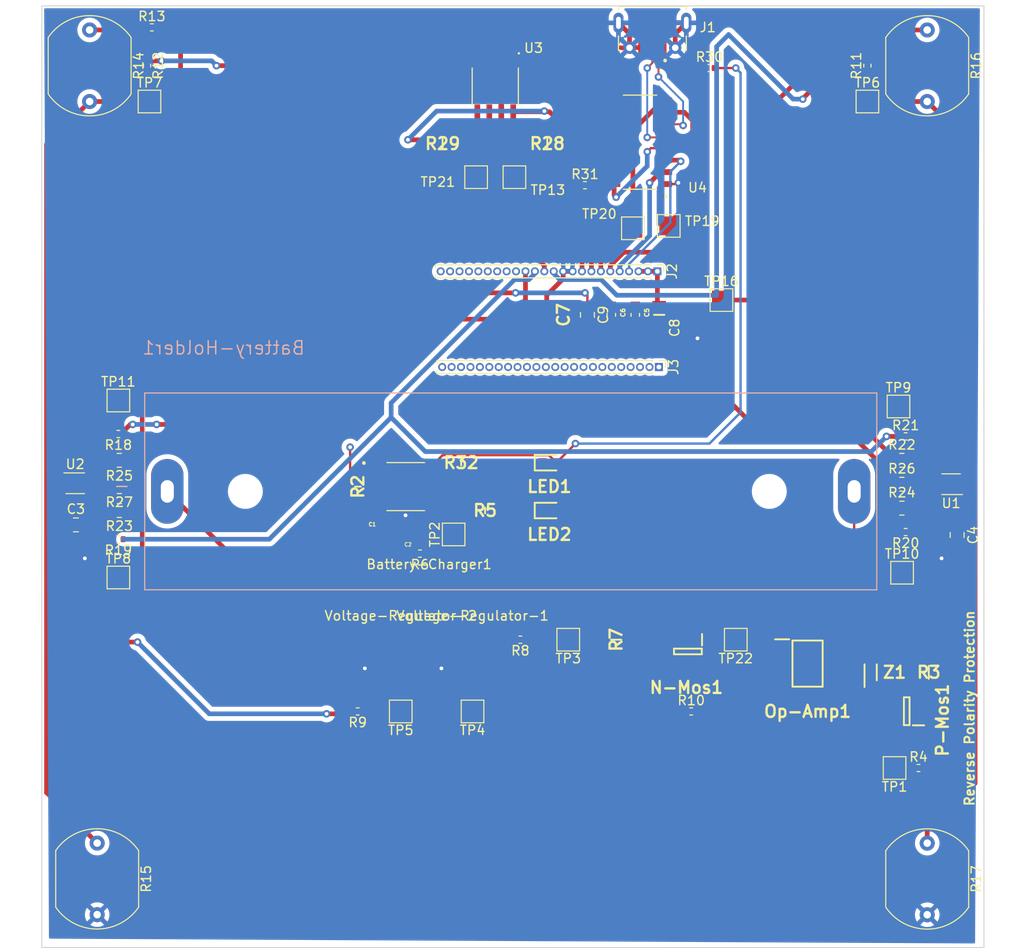
<source format=kicad_pcb>
(kicad_pcb (version 20221018) (generator pcbnew)
  (layers (0 "F.Cu" signal) (31 "B.Cu" signal) (34 "B.Paste" user) (35 "F.Paste" user) (36 "B.SilkS" user "B.Silkscreen") (37 "F.SilkS" user "F.Silkscreen") (38 "B.Mask" user) (39 "F.Mask" user) (44 "Edge.Cuts" user))
  (net 0 "")
  (net 1 "Net-(R13-Pad1)")
  (net 2 "Net-(R12-Pad2)")
  (net 3 "GND")
  (net 4 "+3.3V")
  (net 5 "Net-(R11-Pad1)")
  (net 7 "Net-(U1-SCL)")
  (net 8 "Net-(U1-INT)")
  (net 9 "Net-(U1-SDA)")
  (net 11 "Net-(U2-SCL)")
  (net 12 "Net-(U2-INT)")
  (net 13 "Net-(U2-SDA)")
  (net 14 "Net-(Z1-K)")
  (net 15 "/Power_Subsystem/V-pos")
  (net 16 "Net-(Battery-Charger1-BAT)")
  (net 17 "/Power_Subsystem/Vbat")
  (net 18 "Net-(N-Mos1-Pad2)")
  (net 19 "/Power_Subsystem/V-Reg")
  (net 20 "Net-(Voltage-Regulator-2-VO)")
  (net 21 "Net-(Voltage-Regulator-1-VO)")
  (net 22 "/Power_Subsystem/3.3-back")
  (net 23 "Net-(J1-VBUS)")
  (net 24 "+5V")
  (net 25 "+3V3")
  (net 26 "Net-(U4-V3)")
  (net 27 "/Microcontroller/EEPROM_SCL")
  (net 28 "/Microcontroller/LDR_Vout1")
  (net 29 "/Microcontroller/LDR_Vout2")
  (net 30 "/Microcontroller/USB_TIMIN")
  (net 31 "/Microcontroller/USB_TIMOUT")
  (net 32 "/Microcontroller/EEPROM_SDA")
  (net 33 "Net-(Op-Amp1-VOUTA)")
  (net 34 "/Microcontroller/USB_D-")
  (net 35 "/Microcontroller/USB_D+")
  (net 37 "/Microcontroller/USB_TXD")
  (net 38 "/Microcontroller/USB_RXD")
  (net 43 "Net-(Battery-Charger1-PROG)")
  (net 44 "Net-(Battery-Charger1-~{STDBY})")
  (net 45 "Net-(Battery-Charger1-~{CHRG})")
  (net 46 "Net-(Battery-Holder1-PadP)")
  (net 47 "Net-(LED1-Pad1)")
  (net 48 "Net-(LED2-Pad1)")
  (net 50 "Net-(Z1-A)")
  (net 51 "/Microcontroller/SCLSense")
  (net 52 "/Microcontroller/SDASense")
  (footprint "OptoDevice:Lite-On_LTR-303ALS-01" (layer "F.Cu") (at 185.42 80.01 180)
    (fp_text reference "U1")
    (fp_text value "LTR-303ALS-01")
  )
  (footprint "Resistor_SMD:R_0402_1005Metric" (layer "F.Cu") (at 159.764 35.814)
    (fp_text reference "R30")
    (fp_text value "0")
  )
  (footprint "TestPoint:TestPoint_Pad_2.0x2.0mm" (layer "F.Cu") (at 162.56 96.52 180)
    (fp_text reference "TP22")
    (fp_text value "TestPoint")
  )
  (footprint "Capacitor_SMD:C_0805_2012Metric" (layer "F.Cu") (at 146.812 62.024 -90)
    (fp_text reference "C9")
    (fp_text value "1uF")
  )
  (footprint "TestPoint:TestPoint_Pad_2.0x2.0mm" (layer "F.Cu") (at 155.448 52.578)
    (fp_text reference "TP19")
    (fp_text value "TestPoint" hide)
  )
  (footprint "TestPoint:TestPoint_Pad_2.0x2.0mm" (layer "F.Cu") (at 132.614 85.344 90)
    (fp_text reference "TP2")
    (fp_text value "TestPoint")
  )
  (footprint "MyNmos:SOT95P280X125-3N" (layer "F.Cu") (at 157.48 97.77 -90)
    (fp_text reference "N-Mos1")
    (fp_text value "AO3400A" hide)
  )
  (footprint "TestPoint:TestPoint_Pad_2.0x2.0mm" (layer "F.Cu") (at 179.415 110.145 180)
    (fp_text reference "TP1")
    (fp_text value "TestPoint")
  )
  (footprint "Resistor_SMD:R_0402_1005Metric" (layer "F.Cu") (at 180.592 85.09 180)
    (fp_text reference "R20")
    (fp_text value "0")
  )
  (footprint "TestPoint:TestPoint_Pad_2.0x2.0mm" (layer "F.Cu") (at 179.832 71.755)
    (fp_text reference "TP9")
    (fp_text value "TestPoint")
  )
  (footprint "TestPoint:TestPoint_Pad_2.0x2.0mm" (layer "F.Cu") (at 139.065 47.404)
    (fp_text reference "TP13")
    (fp_text value "TestPoint" hide)
  )
  (footprint "Resistor_SMD:R_0402_1005Metric" (layer "F.Cu") (at 139.7 96.52 180)
    (fp_text reference "R8")
    (fp_text value "0")
  )
  (footprint "Resistor_SMD:R_0805_2012Metric" (layer "F.Cu") (at 180.1895 82.55)
    (fp_text reference "R24")
    (fp_text value "10K")
  )
  (footprint "TestPoint:TestPoint_Pad_2.0x2.0mm" (layer "F.Cu") (at 151.638 52.832 -90)
    (fp_text reference "TP20")
    (fp_text value "TestPoint" hide)
  )
  (footprint "100n CC0603KRX7R9BB104:CAPC1608X90" (layer "F.Cu") (at 151.892 62.024 -90)
    (fp_text reference "C5")
    (fp_text value "100nF")
  )
  (footprint "TestPoint:TestPoint_Pad_2.0x2.0mm" (layer "F.Cu") (at 176.53 39.37)
    (fp_text reference "TP6")
    (fp_text value "TestPoint")
  )
  (footprint "TestPoint:TestPoint_Pad_2.0x2.0mm" (layer "F.Cu") (at 135.001 47.404)
    (fp_text reference "TP21")
    (fp_text value "TestPoint" hide)
  )
  (footprint "TestPoint:TestPoint_Pad_2.0x2.0mm" (layer "F.Cu") (at 161.036 60.452)
    (fp_text reference "TP16")
    (fp_text value "TestPoint" hide)
  )
  (footprint "MyGreenLED:LEDC1608X50N" (layer "F.Cu") (at 142.774 82.804)
    (fp_text reference "LED2")
    (fp_text value "Green" hide)
  )
  (footprint "My100k:RESC3116X65N" (layer "F.Cu") (at 183.045 99.985 180)
    (fp_text reference "R3")
    (fp_text value "100k" hide)
  )
  (footprint "10n Cap CL21B103KBANNNC:CAPC2012X140N" (layer "F.Cu") (at 154.432 62.024 -90)
    (fp_text reference "C8")
    (fp_text value "10nF")
  )
  (footprint "Resistor_SMD:R_0805_2012Metric" (layer "F.Cu") (at 97.1315 77.47 180)
    (fp_text reference "R25")
    (fp_text value "10K")
  )
  (footprint "Resistor_SMD:R_0805_2012Metric" (layer "F.Cu") (at 97.1315 80.264 180)
    (fp_text reference "R27")
    (fp_text value "10K")
  )
  (footprint "TestPoint:TestPoint_Pad_2.0x2.0mm" (layer "F.Cu") (at 100.33 39.37)
    (fp_text reference "TP7")
    (fp_text value "TestPoint")
  )
  (footprint "TestPoint:TestPoint_Pad_2.0x2.0mm" (layer "F.Cu") (at 144.78 96.52 180)
    (fp_text reference "TP3")
    (fp_text value "TestPoint")
  )
  (footprint "Connector_PinHeader_1.00mm:PinHeader_1x24_P1.00mm_Vertical" (layer "F.Cu") (at 154.24 57.404 -90)
    (fp_text reference "J2")
    (fp_text value "Conn_01x24")
  )
  (footprint "TestPoint:TestPoint_Pad_2.0x2.0mm" (layer "F.Cu") (at 134.62 104.14 180)
    (fp_text reference "TP4")
    (fp_text value "TestPoint")
  )
  (footprint "Resistor_SMD:R_0402_1005Metric" (layer "F.Cu") (at 122.43 104.14 180)
    (fp_text reference "R9")
    (fp_text value "0")
  )
  (footprint "MICROXNJ:SHOUHAN_MICROXNJ" (layer "F.Cu") (at 153.708 29.263)
    (fp_text reference "J1")
    (fp_text value "MICROXNJ")
  )
  (footprint "Capacitor_SMD:C_0805_2012Metric" (layer "F.Cu") (at 92.522 84.328)
    (fp_text reference "C3")
    (fp_text value "1uF")
  )
  (footprint "Resistor_SMD:R_0805_2012Metric" (layer "F.Cu") (at 97.1315 82.804 180)
    (fp_text reference "R23")
    (fp_text value "10K")
  )
  (footprint "Resistor_SMD:R_0402_1005Metric" (layer "F.Cu") (at 97.028 74.676 180)
    (fp_text reference "R18")
    (fp_text value "0")
  )
  (footprint "MyZener:SODFL2513X100N" (layer "F.Cu") (at 176.875 99.985 90)
    (fp_text reference "Z1")
    (fp_text value "MM3Z5V6C" hide)
  )
  (footprint "My1.2k:RESC1608X55N" (layer "F.Cu") (at 122.454 80.264 -90)
    (fp_text reference "R2")
    (fp_text value "1.2k" hide)
  )
  (footprint "Resistor_SMD:R_0402_1005Metric" (layer "F.Cu") (at 97.028 85.852 180)
    (fp_text reference "R19")
    (fp_text value "0")
  )
  (footprint "Myopamp:SOIC127P600X175-8N" (layer "F.Cu") (at 170.18 99.06)
    (fp_text reference "Op-Amp1")
    (fp_text value "MCP6002T-I_SN" hide)
  )
  (footprint "TP4056:SOP127P600X175-9N" (layer "F.Cu") (at 127.534 80.264)
    (fp_text reference "Battery-Charger1")
    (fp_text value "TP4056")
  )
  (footprint "MyPmos:SOT95P280X125-3N" (layer "F.Cu") (at 180.705 104.115 180)
    (fp_text reference "P-Mos1")
    (fp_text value "AO3401A" hide)
  )
  (footprint "My1.2k:RESC1608X55N" (layer "F.Cu") (at 133.414 77.724)
    (fp_text reference "R32")
    (fp_text value "1k" hide)
  )
  (footprint "Resistor_SMD:R_0402_1005Metric" (layer "F.Cu") (at 100.582 31.496)
    (fp_text reference "R13")
    (fp_text value "0")
  )
  (footprint "Capacitor_SMD:C_0805_2012Metric" (layer "F.Cu") (at 186.055 85.405 -90)
    (fp_text reference "C4")
    (fp_text value "1uF")
  )
  (footprint "OptoDevice:R_LDR_10x8.5mm_P7.6mm_Vertical" (layer "F.Cu") (at 182.88 118.13 -90)
    (fp_text reference "R17")
    (fp_text value "LDR03")
  )
  (footprint "MyRedLED:LEDC1608X70N" (layer "F.Cu") (at 142.774 77.724)
    (fp_text reference "LED1")
    (fp_text value "Red" hide)
  )
  (footprint "Resistor_SMD:R_0402_1005Metric" (layer "F.Cu") (at 181.955 110.145)
    (fp_text reference "R4")
    (fp_text value "0")
  )
  (footprint "1.8k Ohm Resistor:RESC2013X65N" (layer "F.Cu") (at 142.555 43.848 180)
    (fp_text reference "R28")
    (fp_text value "1.8k" hide)
  )
  (footprint "1.8k Ohm Resistor:RESC2013X65N" (layer "F.Cu") (at 131.445 43.848)
    (fp_text reference "R29")
    (fp_text value "1.8k" hide)
  )
  (footprint "4.7n Cap LIB_0402B472K500NT:CAPC1005X55N" (layer "F.Cu") (at 144.272 62.024 -90)
    (fp_text reference "C7")
    (fp_text value "4.7uF" hide)
  )
  (footprint "CL10A106KP8NNNC:CAPC1608X90N" (layer "F.Cu") (at 127.534 85.344 180)
    (fp_text reference "C2")
    (fp_text value "10uF")
  )
  (footprint "OptoDevice:Lite-On_LTR-303ALS-01" (layer "F.Cu") (at 92.445 79.91)
    (fp_text reference "U2")
    (fp_text value "LTR-303ALS-01")
  )
  (footprint "TestPoint:TestPoint_Pad_2.0x2.0mm" (layer "F.Cu") (at 180.213 89.408)
    (fp_text reference "TP10")
    (fp_text value "TestPoint")
  )
  (footprint "Connector_PinHeader_1.00mm:PinHeader_1x24_P1.00mm_Vertical" (layer "F.Cu") (at 154.4 67.564 -90)
    (fp_text reference "J3")
    (fp_text value "Conn_01x24")
  )
  (footprint "TestPoint:TestPoint_Pad_2.0x2.0mm" (layer "F.Cu") (at 97.028 71.12)
    (fp_text reference "TP11")
    (fp_text value "TestPoint")
  )
  (footprint "My1.2k:RESC1608X55N" (layer "F.Cu") (at 135.954 82.804 180)
    (fp_text reference "R5")
    (fp_text value "1k" hide)
  )
  (footprint "Resistor_SMD:R_0402_1005Metric" (layer "F.Cu") (at 176.53 35.558 90)
    (fp_text reference "R11")
    (fp_text value "0")
  )
  (footprint "HT7533-1:SOT89" (layer "F.Cu") (at 127 97.46)
    (fp_text reference "Voltage-Regulator-2")
    (fp_text value "HT7533-1")
  )
  (footprint "CL10A106KP8NNNC:CAPC1608X90N" (layer "F.Cu") (at 124.219 85.344)
    (fp_text reference "C1")
    (fp_text value "10uF")
  )
  (footprint "AT24C256C-SSHL-T EEPROM Chip:SOIC127P600X175-8N" (layer "F.Cu") (at 137.033 37.752 -90)
    (fp_text reference "U3")
    (fp_text value "AT24C256C-SSHL-T")
  )
  (footprint "OptoDevice:R_LDR_10x8.5mm_P7.6mm_Vertical" (layer "F.Cu") (at 94.78 118.12 -90)
    (fp_text reference "R15")
    (fp_text value "LDR03")
  )
  (footprint "100n CC0603KRX7R9BB104:CAPC1608X90" (layer "F.Cu") (at 149.352 62.024 -90)
    (fp_text reference "C6")
    (fp_text value "100nF")
  )
  (footprint "OptoDevice:R_LDR_10x8.5mm_P7.6mm_Vertical" (layer "F.Cu") (at 182.88 31.77 -90)
    (fp_text reference "R16")
    (fp_text value "LDR03")
  )
  (footprint "Resistor_SMD:R_0805_2012Metric" (layer "F.Cu") (at 180.1895 77.47)
    (fp_text reference "R22")
    (fp_text value "10K")
  )
  (footprint "Resistor_SMD:R_0402_1005Metric" (layer "F.Cu") (at 180.592 74.93)
    (fp_text reference "R21")
    (fp_text value "0")
  )
  (footprint "OptoDevice:R_LDR_10x8.5mm_P7.6mm_Vertical" (layer "F.Cu") (at 93.98 31.77 -90)
    (fp_text reference "R14")
    (fp_text value "LDR03")
  )
  (footprint "HT7533-1:SOT89" (layer "F.Cu") (at 134.62 97.46)
    (fp_text reference "Voltage-Regulator-1")
    (fp_text value "HT7533-1")
  )
  (footprint "TestPoint:TestPoint_Pad_2.0x2.0mm" (layer "F.Cu") (at 127 104.14 180)
    (fp_text reference "TP5")
    (fp_text value "TestPoint")
  )
  (footprint "Resistor_SMD:R_0402_1005Metric" (layer "F.Cu") (at 100.076 35.558 -90)
    (fp_text reference "R12")
    (fp_text value "0")
  )
  (footprint "Resistor_SMD:R_0402_1005Metric" (layer "F.Cu") (at 157.83 104.14)
    (fp_text reference "R10")
    (fp_text value "0")
  )
  (footprint "My1M:RESC2013X65N" (layer "F.Cu") (at 149.86 96.52 -90)
    (fp_text reference "R7")
    (fp_text value "1M" hide)
  )
  (footprint "TestPoint:TestPoint_Pad_2.0x2.0mm" (layer "F.Cu") (at 97.028 89.916)
    (fp_text reference "TP8")
    (fp_text value "TestPoint")
  )
  (footprint "Resistor_SMD:R_0805_2012Metric" (layer "F.Cu") (at 180.1895 80.01)
    (fp_text reference "R26")
    (fp_text value "10K")
  )
  (footprint "Resistor_SMD:R_0402_1005Metric" (layer "F.Cu") (at 129.034 87.376 180)
    (fp_text reference "R6")
    (fp_text value "0")
  )
  (footprint "CH340G Bridge:SOIC127P600X180-16N" (layer "F.Cu") (at 152.4 43.688 180)
    (fp_text reference "U4")
    (fp_text value "CH340G")
  )
  (footprint "Resistor_SMD:R_0402_1005Metric" (layer "F.Cu") (at 146.556 48.26)
    (fp_text reference "R31")
    (fp_text value "0")
  )
  (footprint "BH-18650-PC:BAT_BH-18650-PC" (layer "B.Cu") (at 138.676 80.772)
    (fp_text reference "Battery-Holder1")
    (fp_text value "BH-18650-PC")
  )
  (gr_line (start 188.9 129.21) (end 188.9 29.21) (stroke (width 0.1)) (layer "Edge.Cuts"))
  (gr_line (start 88.9 129.21) (end 188.9 129.21) (stroke (width 0.1)) (layer "Edge.Cuts"))
  (gr_line (start 88.9 29.21) (end 88.9 129.21) (stroke (width 0.1)) (layer "Edge.Cuts"))
  (gr_line (start 88.9 29.21) (end 188.9 29.21) (stroke (width 0.1)) (layer "Edge.Cuts"))
  (gr_text "Reverse Polarity Protection" (at 187.96 114.3 90) (layer "F.SilkS") (effects (font (size 1 1) (thickness 0.2) bold) (justify left bottom)))
  (segment (start 93.98 31.77) (end 99.798 31.77) (width 0.5) (layer "F.Cu") (net 1))
  (segment (start 99.798 31.77) (end 100.072 31.496) (width 0.5) (layer "F.Cu") (net 1))
  (segment (start 89.408 112.776) (end 89.408 43.942) (width 0.5) (layer "F.Cu") (net 2))
  (segment (start 100.076 39.116) (end 100.33 39.37) (width 0.5) (layer "F.Cu") (net 2))
  (segment (start 94.78 118.12) (end 89.436 112.776) (width 0.5) (layer "F.Cu") (net 2))
  (segment (start 100.076 36.068) (end 100.076 39.116) (width 0.5) (layer "F.Cu") (net 2))
  (segment (start 93.98 39.37) (end 100.33 39.37) (width 0.5) (layer "F.Cu") (net 2))
  (segment (start 89.436 112.776) (end 89.408 112.776) (width 0.5) (layer "F.Cu") (net 2))
  (segment (start 89.408 43.942) (end 93.98 39.37) (width 0.5) (layer "F.Cu") (net 2))
  (segment (start 125.685793 78.359) (end 125.059 78.359) (width 0.5) (layer "F.Cu") (net 3))
  (segment (start 124.994 85.344) (end 126.759 85.344) (width 0.5) (layer "F.Cu") (net 3))
  (segment (start 127.534 80.264) (end 127.534 83.286) (width 0.5) (layer "F.Cu") (net 3))
  (segment (start 127.534 80.207207) (end 125.685793 78.359) (width 0.5) (layer "F.Cu") (net 3))
  (segment (start 91.44 82.296) (end 91.44 80.772) (width 0.5) (layer "F.Cu") (net 3))
  (segment (start 133.121 99.441) (end 131.445 99.441) (width 0.5) (layer "F.Cu") (net 3))
  (segment (start 184.404 87.884) (end 184.495 87.915) (width 0.5) (layer "F.Cu") (net 3))
  (segment (start 127.534 80.264) (end 127.534 80.207207) (width 0.5) (layer "F.Cu") (net 3))
  (segment (start 143.462 62.484) (end 142.494 61.516) (width 0.5) (layer "F.Cu") (net 3))
  (segment (start 138.938 35.052) (end 144.526 35.052) (width 0.5) (layer "F.Cu") (net 3))
  (segment (start 149.523 44.196) (end 147.32 44.196) (width 0.5) (layer "F.Cu") (net 3))
  (segment (start 123.317 99.441) (end 123.19 99.568) (width 0.5) (layer "F.Cu") (net 3))
  (segment (start 154.508 30.988) (end 157.283 30.988) (width 0.5) (layer "F.Cu") (net 3))
  (segment (start 146.812 62.974) (end 146.862 62.924) (width 0.5) (layer "F.Cu") (net 3))
  (segment (start 125.059 80.899) (end 126.899 80.899) (width 0.5) (layer "F.Cu") (net 3))
  (segment (start 125.501 99.441) (end 123.317 99.441) (width 0.5) (layer "F.Cu") (net 3))
  (segment (start 126.899 80.899) (end 127.534 80.264) (width 0.5) (layer "F.Cu") (net 3))
  (segment (start 144.272 62.484) (end 143.462 62.484) (width 0.5) (layer "F.Cu") (net 3))
  (segment (start 131.445 99.441) (end 131.318 99.568) (width 0.5) (layer "F.Cu") (net 3))
  (segment (start 149.65 44.323) (end 149.65 45.593) (width 0.5) (layer "F.Cu") (net 3))
  (segment (start 142.494 61.516) (end 142.494 59.944) (width 0.5) (layer "F.Cu") (net 3))
  (segment (start 146.558 43.434) (end 146.558 37.084) (width 0.5) (layer "F.Cu") (net 3))
  (segment (start 145.288 63.5) (end 146.286 63.5) (width 0.5) (layer "F.Cu") (net 3))
  (segment (start 157.283 30.988) (end 157.308 31.013) (width 0.5) (layer "F.Cu") (net 3))
  (segment (start 184.495 99.985) (end 184.404 87.884) (width 0.5) (layer "F.Cu") (net 3))
  (segment (start 184.495 87.915) (end 186.055 86.355) (width 0.5) (layer "F.Cu") (net 3))
  (segment (start 156.904 62.924) (end 158.496 64.516) (width 0.5) (layer "F.Cu") (net 3))
  (segment (start 144.272 62.484) (end 145.288 63.5) (width 0.5) (layer "F.Cu") (net 3))
  (segment (start 137.668 40.452) (end 137.668 35.052) (width 0.5) (layer "F.Cu") (net 3))
  (segment (start 147.32 44.196) (end 146.558 43.434) (width 0.5) (layer "F.Cu") (net 3))
  (segment (start 154.432 62.924) (end 156.904 62.924) (width 0.5) (layer "F.Cu") (net 3))
  (segment (start 146.286 63.5) (end 146.812 62.974) (width 0.5) (layer "F.Cu") (net 3))
  (segment (start 151.283 32.188) (end 150.108 31.013) (width 0.5) (layer "F.Cu") (net 3))
  (segment (start 149.65 44.323) (end 149.523 44.196) (width 0.5) (layer "F.Cu") (net 3))
  (segment (start 144.24 57.404) (end 145.24 57.404) (width 0.5) (layer "F.Cu") (net 3))
  (segment (start 127.508 83.312) (end 126.759 84.061) (width 0.5) (layer "F.Cu") (net 3))
  (segment (start 149.979 33.663) (end 151.283 33.663) (width 0.5) (layer "F.Cu") (net 3))
  (segment (start 150.108 31.013) (end 152.883 31.013) (width 0.5) (layer "F.Cu") (net 3))
  (segment (start 152.883 31.013) (end 152.908 30.988) (width 0.5) (layer "F.Cu") (net 3))
  (segment (start 127.534 83.286) (end 127.508 83.312) (width 0.5) (layer "F.Cu") (net 3))
  (segment (start 149.65 46.863) (end 149.65 45.593) (width 0.5) (layer "F.Cu") (net 3))
  (segment (start 152.408 33.638) (end 151.308 33.638) (width 0.5) (layer "F.Cu") (net 3))
  (segment (start 122.454 79.464) (end 123.559 78.359) (width 0.5) (layer "F.Cu") (net 3))
  (segment (start 156.337 48.133) (end 156.464 48.006) (width 0.25) (layer "F.Cu") (net 3))
  (segment (start 155.15 48.133) (end 156.337 48.133) (width 0.25) (layer "F.Cu") (net 3))
  (segment (start 126.759 84.061) (end 126.759 85.344) (width 0.5) (layer "F.Cu") (net 3))
  (segment (start 144.24 58.198) (end 144.24 57.404) (width 0.5) (layer "F.Cu") (net 3))
  (segment (start 135.128 35.052) (end 138.938 35.052) (width 0.5) (layer "F.Cu") (net 3))
  (segment (start 146.862 62.924) (end 154.432 62.924) (width 0.5) (layer "F.Cu") (net 3))
  (segment (start 123.559 78.359) (end 125.059 78.359) (width 0.5) (layer "F.Cu") (net 3))
  (segment (start 151.308 33.638) (end 151.283 33.663) (width 0.5) (layer "F.Cu") (net 3))
  (segment (start 156.133 32.188) (end 157.308 31.013) (width 0.5) (layer "F.Cu") (net 3))
  (segment (start 93.472 84.328) (end 93.472 87.884) (width 0.5) (layer "F.Cu") (net 3))
  (segment (start 125.059 78.359) (end 125.629 78.359) (width 0.25) (layer "F.Cu") (net 3))
  (segment (start 156.133 33.663) (end 156.133 32.188) (width 0.5) (layer "F.Cu") (net 3))
  (segment (start 93.472 84.328) (end 91.44 82.296) (width 0.5) (layer "F.Cu") (net 3))
  (segment (start 149.402 62.924) (end 149.352 62.874) (width 0.25) (layer "F.Cu") (net 3))
  (segment (start 151.283 33.663) (end 151.283 32.188) (width 0.5) (layer "F.Cu") (net 3))
  (segment (start 152.908 30.988) (end 154.508 30.988) (width 0.5) (layer "F.Cu") (net 3))
  (segment (start 142.494 59.944) (end 144.24 58.198) (width 0.5) (layer "F.Cu") (net 3))
  (segment (start 144.526 35.052) (end 146.558 37.084) (width 0.5) (layer "F.Cu") (net 3))
  (segment (start 146.558 37.084) (end 149.979 33.663) (width 0.5) (layer "F.Cu") (net 3))
  (via (at 158.496 64.516) (size 0.8) (drill 0.4) (layers "F.Cu" "B.Cu") (net 3))
  (via (at 123.19 99.568) (size 0.8) (drill 0.4) (layers "F.Cu" "B.Cu") (net 3))
  (via (at 93.472 87.884) (size 0.8) (drill 0.4) (layers "F.Cu" "B.Cu") (net 3))
  (via (at 127.508 83.312) (size 0.8) (drill 0.4) (layers "F.Cu" "B.Cu") (net 3))
  (via (at 131.318 99.568) (size 0.8) (drill 0.4) (layers "F.Cu" "B.Cu") (net 3))
  (via (at 184.404 87.884) (size 0.8) (drill 0.4) (layers "F.Cu" "B.Cu") (net 3))
  (via (at 156.464 48.006) (size 0.8) (drill 0.4) (layers "F.Cu" "B.Cu") (net 3))
  (segment (start 98.044 80.264) (end 98.044 77.47) (width 0.5) (layer "F.Cu") (net 4))
  (segment (start 186.436 84.074) (end 186.436 80.772) (width 0.5) (layer "F.Cu") (net 4))
  (segment (start 186.32 80.66) (end 187.26 80.66) (width 0.5) (layer "F.Cu") (net 4))
  (segment (start 96.774 95.504) (end 94.996 95.504) (width 0.5) (layer "F.Cu") (net 4))
  (segment (start 98.044 96.774) (end 99.06 96.774) (width 0.5) (layer "F.Cu") (net 4))
  (segment (start 154.24 57.404) (end 154.24 60.932) (width 0.5) (layer "F.Cu") (net 4))
  (segment (start 103.632 41.148) (end 122.174 59.69) (width 0.5) (layer "F.Cu") (net 4))
  (segment (start 144.272 61.468) (end 144.78 60.96) (width 0.5) (layer "F.Cu") (net 4))
  (segment (start 177.292 68.58) (end 175.768 70.104) (width 0.5) (layer "F.Cu") (net 4))
  (segment (start 154.432 61.124) (end 146.862 61.124) (width 0.5) (layer "F.Cu") (net 4))
  (segment (start 91.572 92.08) (end 91.572 84.328) (width 0.5) (layer "F.Cu") (net 4))
  (segment (start 146.698 60.96) (end 146.812 61.074) (width 0.5) (layer "F.Cu") (net 4))
  (segment (start 98.044 82.804) (end 98.044 80.264) (width 0.5) (layer "F.Cu") (net 4))
  (segment (start 121.666 104.394) (end 121.92 104.14) (width 0.5) (layer "F.Cu") (net 4))
  (segment (start 174.478 31.77) (end 174.244 32.004) (width 0.5) (layer "F.Cu") (net 4))
  (segment (start 166.116 40.132) (end 174.244 32.004) (width 0.5) (layer "F.Cu") (net 4))
  (segment (start 146.322 61.564) (end 146.812 61.074) (width 0.25) (layer "F.Cu") (net 4))
  (segment (start 160.364 61.124) (end 161.036 60.452) (width 0.5) (layer "F.Cu") (net 4))
  (segment (start 98.044 77.47) (end 99.568 75.946) (width 0.5) (layer "F.Cu") (net 4))
  (segment (start 166.116 60.452) (end 161.036 60.452) (width 0.5) (layer "F.Cu") (net 4))
  (segment (start 146.812 61.074) (end 146.912 61.174) (width 0.25) (layer "F.Cu") (net 4))
  (segment (start 179.277 77.169) (end 175.768 73.66) (width 0.5) (layer "F.Cu") (net 4))
  (segment (start 175.768 70.104) (end 166.116 60.452) (width 0.5) (layer "F.Cu") (net 4))
  (segment (start 96.774 95.504) (end 98.044 96.774) (width 0.5) (layer "F.Cu") (net 4))
  (segment (start 179.277 80.01) (end 179.277 77.47) (width 0.5) (layer "F.Cu") (net 4))
  (segment (start 90.92 79.26) (end 90.908 79.248) (width 0.5) (layer "F.Cu") (net 4))
  (segment (start 179.277 82.55) (end 179.277 80.01) (width 0.5) (layer "F.Cu") (net 4))
  (segment (start 103.632 41.148) (end 103.632 34.036) (width 0.5) (layer "F.Cu") (net 4))
  (segment (start 91.545 79.26) (end 90.92 79.26) (width 0.5) (layer "F.Cu") (net 4))
  (segment (start 149.402 61.124) (end 149.352 61.174) (width 0.25) (layer "F.Cu") (net 4))
  (segment (start 91.44 84.46) (end 91.572 84.328) (width 0.25) (layer "F.Cu") (net 4))
  (segment (start 182.372 68.58) (end 177.292 68.58) (width 0.5) (layer "F.Cu") (net 4))
  (segment (start 98.044 82.804) (end 99.568 84.328) (width 0.5) (layer "F.Cu") (net 4))
  (segment (start 179.277 77.47) (end 179.277 77.169) (width 0.5) (layer "F.Cu") (net 4))
  (segment (start 187.26 80.66) (end 187.26 73.468) (width 0.5) (layer "F.Cu") (net 4))
  (segment (start 90.424 84.328) (end 91.572 84.328) (width 0.5) (layer "F.Cu") (net 4))
  (segment (start 146.812 59.944) (end 146.558 59.69) (width 0.25) (layer "F.Cu") (net 4))
  (segment (start 99.568 45.212) (end 103.632 41.148) (width 0.5) (layer "F.Cu") (net 4))
  (segment (start 187.26 73.468) (end 182.372 68.58) (width 0.5) (layer "F.Cu") (net 4))
  (segment (start 99.568 84.328) (end 99.568 92.964) (width 0.5) (layer "F.Cu") (net 4))
  (segment (start 99.568 75.946) (end 99.568 45.212) (width 0.5) (layer "F.Cu") (net 4))
  (segment (start 186.055 84.455) (end 186.436 84.074) (width 0.5) (layer "F.Cu") (net 4))
  (segment (start 154.24 60.932) (end 154.432 61.124) (width 0.5) (layer "F.Cu") (net 4))
  (segment (start 146.862 61.124) (end 146.812 61.074) (width 0.5) (layer "F.Cu") (net 4))
  (segment (start 166.116 60.452) (end 166.116 40.132) (width 0.5) (layer "F.Cu") (net 4))
  (segment (start 154.432 61.124) (end 160.364 61.124) (width 0.5) (layer "F.Cu") (net 4))
  (segment (start 175.768 73.66) (end 175.768 70.104) (width 0.5) (layer "F.Cu") (net 4))
  (segment (start 182.88 31.77) (end 174.478 31.77) (width 0.5) (layer "F.Cu") (net 4))
  (segment (start 99.568 92.964) (end 97.028 95.504) (width 0.5) (layer "F.Cu") (net 4))
  (segment (start 144.272 61.564) (end 144.272 61.468) (width 0.5) (layer "F.Cu") (net 4))
  (segment (start 97.028 95.504) (end 96.774 95.504) (width 0.5) (layer "F.Cu") (net 4))
  (segment (start 103.632 34.036) (end 101.092 31.496) (width 0.5) (layer "F.Cu") (net 4))
  (segment (start 119.126 104.394) (end 121.666 104.394) (width 0.5) (layer "F.Cu") (net 4))
  (segment (start 144.78 60.96) (end 146.698 60.96) (width 0.5) (layer "F.Cu") (net 4))
  (segment (start 122.174 59.69) (end 139.192 59.69) (width 0.5) (layer "F.Cu") (net 4))
  (segment (start 146.812 61.074) (end 146.812 59.944) (width 0.25) (layer "F.Cu") (net 4))
  (segment (start 90.908 79.248) (end 90.424 79.248) (width 0.5) (layer "F.Cu") (net 4))
  (segment (start 152.24 57.404) (end 154.24 57.404) (width 0.5) (layer "F.Cu") (net 4))
  (segment (start 90.424 79.248) (end 90.424 84.328) (width 0.5) (layer "F.Cu") (net 4))
  (segment (start 94.996 95.504) (end 91.572 92.08) (width 0.5) (layer "F.Cu") (net 4))
  (via (at 119.126 104.394) (size 0.8) (drill 0.4) (layers "F.Cu" "B.Cu") (net 4))
  (via (at 139.192 59.69) (size 0.8) (drill 0.4) (layers "F.Cu" "B.Cu") (net 4))
  (via (at 99.06 96.774) (size 0.8) (drill 0.4) (layers "F.Cu" "B.Cu") (net 4))
  (via (at 146.558 59.69) (size 0.8) (drill 0.4) (layers "F.Cu" "B.Cu") (net 4))
  (segment (start 106.68 104.394) (end 118.872 104.394) (width 0.5) (layer "B.Cu") (net 4))
  (segment (start 139.192 59.69) (end 146.558 59.69) (width 0.5) (layer "B.Cu") (net 4))
  (segment (start 99.06 96.774) (end 106.68 104.394) (width 0.5) (layer "B.Cu") (net 4))
  (segment (start 118.872 104.394) (end 119.126 104.394) (width 0.5) (layer "B.Cu") (net 4))
  (segment (start 176.53 39.37) (end 176.53 36.068) (width 0.5) (layer "F.Cu") (net 5))
  (segment (start 182.88 118.13) (end 182.88 116.84) (width 0.5) (layer "F.Cu") (net 5))
  (segment (start 182.88 116.84) (end 187.96 111.76) (width 0.5) (layer "F.Cu") (net 5))
  (segment (start 187.96 44.45) (end 182.88 39.37) (width 0.5) (layer "F.Cu") (net 5))
  (segment (start 182.88 39.37) (end 176.53 39.37) (width 0.5) (layer "F.Cu") (net 5))
  (segment (start 187.96 111.76) (end 187.96 44.45) (width 0.5) (layer "F.Cu") (net 5))
  (segment (start 181.102 74.93) (end 181.102 77.47) (width 0.5) (layer "F.Cu") (net 7))
  (segment (start 184.52 79.36) (end 182.992 79.36) (width 0.5) (layer "F.Cu") (net 7))
  (segment (start 179.832 71.755) (end 181.102 73.025) (width 0.5) (layer "F.Cu") (net 7))
  (segment (start 181.102 73.025) (end 181.102 74.93) (width 0.5) (layer "F.Cu") (net 7))
  (segment (start 182.992 79.36) (end 181.102 77.47) (width 0.5) (layer "F.Cu") (net 7))
  (segment (start 184.52 80.01) (end 181.102 80.01) (width 0.25) (layer "F.Cu") (net 8))
  (segment (start 180.213 87.503) (end 181.356 86.36) (width 0.5) (layer "F.Cu") (net 9))
  (segment (start 181.356 86.36) (end 181.356 85.344) (width 0.5) (layer "F.Cu") (net 9))
  (segment (start 181.102 82.55) (end 182.88 80.772) (width 0.5) (layer "F.Cu") (net 9))
  (segment (start 182.88 80.772) (end 184.404 80.772) (width 0.5) (layer "F.Cu") (net 9))
  (segment (start 181.102 82.55) (end 181.102 85.09) (width 0.5) (layer "F.Cu") (net 9))
  (segment (start 180.213 89.408) (end 180.213 87.503) (width 0.5) (layer "F.Cu") (net 9))
  (segment (start 181.356 85.344) (end 181.102 85.09) (width 0.5) (layer "F.Cu") (net 9))
  (segment (start 93.345 80.56) (end 93.345 81.153) (width 0.5) (layer "F.Cu") (net 11))
  (segment (start 96.518 89.406) (end 97.028 89.916) (width 0.5) (layer "F.Cu") (net 11))
  (segment (start 96.518 85.852) (end 96.518 89.406) (width 0.5) (layer "F.Cu") (net 11))
  (segment (start 94.996 82.804) (end 94.996 84.33) (width 0.5) (layer "F.Cu") (net 11))
  (segment (start 94.996 84.33) (end 96.518 85.852) (width 0.5) (layer "F.Cu") (net 11))
  (segment (start 93.345 81.153) (end 94.996 82.804) (width 0.5) (layer "F.Cu") (net 11))
  (segment (start 94.996 82.804) (end 96.219 82.804) (width 0.5) (layer "F.Cu") (net 11))
  (segment (start 93.345 79.91) (end 94.134 79.91) (width 0.25) (layer "F.Cu") (net 12))
  (segment (start 94.488 80.264) (end 96.219 80.264) (width 0.25) (layer "F.Cu") (net 12))
  (segment (start 94.134 79.91) (end 94.488 80.264) (width 0.25) (layer "F.Cu") (net 12))
  (segment (start 96.518 71.63) (end 96.518 74.676) (width 0.5) (layer "F.Cu") (net 13))
  (segment (start 96.219 74.975) (end 96.518 74.676) (width 0.5) (layer "F.Cu") (net 13))
  (segment (start 95.25 77.47) (end 96.219 77.47) (width 0.5) (layer "F.Cu") (net 13))
  (segment (start 96.219 77.47) (end 96.219 74.975) (width 0.5) (layer "F.Cu") (net 13))
  (segment (start 93.46 79.26) (end 95.25 77.47) (width 0.5) (layer "F.Cu") (net 13))
  (segment (start 93.345 79.26) (end 93.46 79.26) (width 0.5) (layer "F.Cu") (net 13))
  (segment (start 97.028 71.12) (end 96.518 71.63) (width 0.5) (layer "F.Cu") (net 13))
  (segment (start 181.955 103.165) (end 180.745 104.375) (width 0.25) (layer "F.Cu") (net 14))
  (segment (start 180.045 110.145) (end 180.745 109.445) (width 0.25) (layer "F.Cu") (net 14))
  (segment (start 177.515 103.165) (end 176.875 102.525) (width 0.25) (layer "F.Cu") (net 14))
  (segment (start 176.875 102.525) (end 176.875 101.135) (width 0.25) (layer "F.Cu") (net 14))
  (segment (start 181.955 103.165) (end 177.515 103.165) (width 0.25) (layer "F.Cu") (net 14))
  (segment (start 180.745 104.375) (end 180.745 109.445) (width 0.25) (layer "F.Cu") (net 14))
  (segment (start 180.745 109.445) (end 181.445 110.145) (width 0.25) (layer "F.Cu") (net 14))
  (segment (start 179.415 110.145) (end 180.045 110.145) (width 0.25) (layer "F.Cu") (net 14))
  (segment (start 172.88 97.155) (end 172.455 97.155) (width 0.25) (layer "F.Cu") (net 15))
  (segment (start 170.02 99.59) (end 169.915 99.695) (width 0.25) (layer "F.Cu") (net 15))
  (segment (start 177.508604 107.288604) (end 177.508604 110.888604) (width 0.25) (layer "F.Cu") (net 15))
  (segment (start 172.455 97.155) (end 169.915 99.695) (width 0.25) (layer "F.Cu") (net 15))
  (segment (start 170.02 93.98) (end 170.02 99.59) (width 0.25) (layer "F.Cu") (net 15))
  (segment (start 181.14 111.47) (end 178.09 111.47) (width 0.25) (layer "F.Cu") (net 15))
  (segment (start 157.48 99.02) (end 157.48 94.14) (width 0.25) (layer "F.Cu") (net 15))
  (segment (start 157.64 93.98) (end 170.02 93.98) (width 0.25) (layer "F.Cu") (net 15))
  (segment (start 169.915 99.695) (end 177.508604 107.288604) (width 0.25) (layer "F.Cu") (net 15))
  (segment (start 182.465 110.145) (end 181.14 111.47) (width 0.25) (layer "F.Cu") (net 15))
  (segment (start 178.09 111.47) (end 177.508604 110.888604) (width 0.25) (layer "F.Cu") (net 15))
  (segment (start 157.48 94.14) (end 157.64 93.98) (width 0.25) (layer "F.Cu") (net 15))
  (segment (start 169.915 99.695) (end 167.48 99.695) (width 0.25) (layer "F.Cu") (net 15))
  (segment (start 130.009 82.739) (end 130.009 82.169) (width 0.25) (layer "F.Cu") (net 16))
  (segment (start 130.074 82.234) (end 130.074 85.344) (width 0.25) (layer "F.Cu") (net 16))
  (segment (start 130.582 87.376) (end 132.614 85.344) (width 0.5) (layer "F.Cu") (net 16))
  (segment (start 130.009 82.169) (end 130.074 82.234) (width 0.25) (layer "F.Cu") (net 16))
  (segment (start 132.614 85.344) (end 130.009 82.739) (width 0.25) (layer "F.Cu") (net 16))
  (segment (start 130.074 85.344) (end 128.309 85.344) (width 0.25) (layer "F.Cu") (net 16))
  (segment (start 129.544 87.376) (end 130.582 87.376) (width 0.5) (layer "F.Cu") (net 16))
  (segment (start 102.226 80.772) (end 108.83 87.376) (width 0.5) (layer "F.Cu") (net 17))
  (segment (start 108.83 87.376) (end 128.524 87.376) (width 0.5) (layer "F.Cu") (net 17))
  (segment (start 148.91 96.52) (end 149.86 95.57) (width 0.25) (layer "F.Cu") (net 18))
  (segment (start 149.86 95.57) (end 155.58 95.57) (width 0.25) (layer "F.Cu") (net 18))
  (segment (start 140.21 96.52) (end 144.78 96.52) (width 0.25) (layer "F.Cu") (net 18))
  (segment (start 155.58 95.57) (end 156.53 96.52) (width 0.25) (layer "F.Cu") (net 18))
  (segment (start 144.78 96.52) (end 148.91 96.52) (width 0.25) (layer "F.Cu") (net 18))
  (segment (start 134.62 96.52) (end 139.19 96.52) (width 0.25) (layer "F.Cu") (net 19))
  (segment (start 127 96.52) (end 134.62 96.52) (width 0.25) (layer "F.Cu") (net 19))
  (segment (start 128.499 99.441) (end 128.499 102.641) (width 0.25) (layer "F.Cu") (net 20))
  (segment (start 128.499 102.641) (end 127 104.14) (width 0.25) (layer "F.Cu") (net 20))
  (segment (start 122.94 104.14) (end 127 104.14) (width 0.25) (layer "F.Cu") (net 20))
  (segment (start 152.621 99.441) (end 136.119 99.441) (width 0.25) (layer "F.Cu") (net 21))
  (segment (start 134.62 104.14) (end 136.119 102.641) (width 0.25) (layer "F.Cu") (net 21))
  (segment (start 136.119 102.641) (end 136.119 99.441) (width 0.25) (layer "F.Cu") (net 21))
  (segment (start 157.32 104.14) (end 152.621 99.441) (width 0.25) (layer "F.Cu") (net 21))
  (segment (start 167.48 98.425) (end 164.055 98.425) (width 0.25) (layer "F.Cu") (net 22))
  (segment (start 164.055 98.425) (end 158.34 104.14) (width 0.25) (layer "F.Cu") (net 22))
  (segment (start 155.33 35.814) (end 155.008 35.492) (width 0.25) (layer "F.Cu") (net 23))
  (segment (start 155.008 35.492) (end 155.008 33.638) (width 0.25) (layer "F.Cu") (net 23))
  (segment (start 159.254 35.814) (end 155.33 35.814) (width 0.25) (layer "F.Cu") (net 23))
  (segment (start 131.444 76.924) (end 142.724 76.924) (width 0.25) (layer "F.Cu") (net 24))
  (segment (start 121.654 82.004) (end 121.654 78.689) (width 0.25) (layer "F.Cu") (net 24))
  (segment (start 122.454 85.344) (end 123.444 85.344) (width 0.25) (layer "F.Cu") (net 24))
  (segment (start 121.627 78.662) (end 121.654 78.689) (width 0.25) (layer "F.Cu") (net 24))
  (segment (start 122.454 82.804) (end 124.994 82.804) (width 0.25) (layer "F.Cu") (net 24))
  (segment (start 121.654 82.004) (end 122.454 82.804) (width 0.25) (layer "F.Cu") (net 24))
  (segment (start 162.56 35.814) (end 160.274 35.814) (width 0.25) (layer "F.Cu") (net 24))
  (segment (start 124.994 82.234) (end 125.059 82.169) (width 0.25) (layer "F.Cu") (net 24))
  (segment (start 143.524 82.804) (end 143.524 77.724) (width 0.25) (layer "F.Cu") (net 24))
  (segment (start 129.384 77.734) (end 130.009 78.359) (width 0.25) (layer "F.Cu") (net 24))
  (segment (start 121.627 76.073) (end 121.627 78.662) (width 0.25) (layer "F.Cu") (net 24))
  (segment (start 124.994 82.804) (end 124.994 82.234) (width 0.25) (layer "F.Cu") (net 24))
  (segment (start 122.609 77.734) (end 129.384 77.734) (width 0.25) (layer "F.Cu") (net 24))
  (segment (start 130.009 78.359) (end 131.444 76.924) (width 0.25) (layer "F.Cu") (net 24))
  (segment (start 121.654 78.689) (end 122.609 77.734) (width 0.25) (layer "F.Cu") (net 24))
  (segment (start 143.524 77.724) (end 145.542 75.706) (width 0.25) (layer "F.Cu") (net 24))
  (segment (start 122.454 82.804) (end 122.454 85.344) (width 0.25) (layer "F.Cu") (net 24))
  (segment (start 145.542 75.706) (end 145.542 75.692) (width 0.25) (layer "F.Cu") (net 24))
  (segment (start 142.724 76.924) (end 143.524 77.724) (width 0.25) (layer "F.Cu") (net 24))
  (via (at 121.627 76.073) (size 0.8) (drill 0.4) (layers "F.Cu" "B.Cu") (net 24))
  (via (at 145.542 75.692) (size 0.8) (drill 0.4) (layers "F.Cu" "B.Cu") (net 24))
  (via (at 162.56 35.814) (size 0.8) (drill 0.4) (layers "F.Cu" "B.Cu") (net 24))
  (segment (start 163.068 36.322) (end 162.56 35.814) (width 0.25) (layer "B.Cu") (net 24))
  (segment (start 159.766 75.692) (end 163.068 72.39) (width 0.25) (layer "B.Cu") (net 24))
  (segment (start 145.542 75.692) (end 159.766 75.692) (width 0.25) (layer "B.Cu") (net 24))
  (segment (start 163.068 72.39) (end 163.068 36.322) (width 0.25) (layer "B.Cu") (net 24))
  (segment (start 142.24 40.386) (end 142.306 40.452) (width 0.5) (layer "F.Cu") (net 25))
  (segment (start 130.081 43.434) (end 130.495 43.848) (width 0.5) (layer "F.Cu") (net 25))
  (segment (start 143.505 41.176) (end 143.505 43.848) (width 0.5) (layer "F.Cu") (net 25))
  (segment (start 143.505 45.719) (end 146.046 48.26) (width 0.5) (layer "F.Cu") (net 25))
  (segment (start 142.306 40.452) (end 142.781 40.452) (width 0.5) (layer "F.Cu") (net 25))
  (segment (start 142.781 40.452) (end 143.505 41.176) (width 0.5) (layer "F.Cu") (net 25))
  (segment (start 142.174 40.452) (end 142.24 40.386) (width 0.5) (layer "F.Cu") (net 25))
  (segment (start 143.505 43.848) (end 143.505 45.719) (width 0.5) (layer "F.Cu") (net 25))
  (segment (start 138.938 40.452) (end 142.174 40.452) (width 0.5) (layer "F.Cu") (net 25))
  (segment (start 127.762 43.434) (end 130.081 43.434) (width 0.5) (layer "F.Cu") (net 25))
  (via (at 142.24 40.386) (size 0.8) (drill 0.4) (layers "F.Cu" "B.Cu") (net 25))
  (via (at 127.762 43.434) (size 0.8) (drill 0.4) (layers "F.Cu" "B.Cu") (net 25))
  (segment (start 130.81 40.386) (end 127.762 43.434) (width 0.5) (layer "B.Cu") (net 25))
  (segment (start 142.24 40.386) (end 130.81 40.386) (width 0.5) (layer "B.Cu") (net 25))
  (segment (start 153.162 44.704) (end 153.543 44.323) (width 0.25) (layer "F.Cu") (net 26))
  (segment (start 147.193 48.133) (end 147.066 48.26) (width 0.5) (layer "F.Cu") (net 26))
  (segment (start 149.65 49.32) (end 149.86 49.53) (width 0.5) (layer "F.Cu") (net 26))
  (segment (start 149.65 48.133) (end 149.65 49.32) (width 0.5) (layer "F.Cu") (net 26))
  (segment (start 149.65 48.133) (end 147.193 48.133) (width 0.5) (layer "F.Cu") (net 26))
  (segment (start 153.543 44.323) (end 155.15 44.323) (width 0.25) (layer "F.Cu") (net 26))
  (via (at 153.162 44.704) (size 0.8) (drill 0.4) (layers "F.Cu" "B.Cu") (net 26))
  (via (at 149.86 49.53) (size 0.8) (drill 0.4) (layers "F.Cu" "B.Cu") (net 26))
  (segment (start 153.162 46.228) (end 153.162 44.704) (width 0.5) (layer "B.Cu") (net 26))
  (segment (start 149.86 49.53) (end 153.162 46.228) (width 0.5) (layer "B.Cu") (net 26))
  (segment (start 147.24 57.404) (end 147.24 53.928) (width 0.5) (layer "F.Cu") (net 27))
  (segment (start 147.24 53.928) (end 145.128 51.816) (width 0.5) (layer "F.Cu") (net 27))
  (segment (start 139.065 50.673) (end 139.065 47.404) (width 0.5) (layer "F.Cu") (net 27))
  (segment (start 140.208 51.816) (end 139.065 50.673) (width 0.5) (layer "F.Cu") (net 27))
  (segment (start 139.065 43.848) (end 141.605 43.848) (width 0.5) (layer "F.Cu") (net 27))
  (segment (start 145.128 51.816) (end 140.208 51.816) (width 0.5) (layer "F.Cu") (net 27))
  (segment (start 139.065 43.848) (end 139.065 47.404) (width 0.5) (layer "F.Cu") (net 27))
  (segment (start 136.525 43.848) (end 139.065 43.848) (width 0.5) (layer "F.Cu") (net 27))
  (segment (start 136.398 43.721) (end 136.525 43.848) (width 0.5) (layer "F.Cu") (net 27))
  (segment (start 136.398 40.452) (end 136.398 43.721) (width 0.5) (layer "F.Cu") (net 27))
  (segment (start 173.678 35.048) (end 169.672 39.054) (width 0.5) (layer "F.Cu") (net 28))
  (segment (start 176.53 35.048) (end 173.678 35.048) (width 0.5) (layer "F.Cu") (net 28))
  (segment (start 169.672 39.054) (end 169.672 39.116) (width 0.5) (layer "F.Cu") (net 28))
  (via (at 169.672 39.116) (size 0.8) (drill 0.4) (layers "F.Cu" "B.Cu") (net 28))
  (segment (start 168.656 39.116) (end 161.798 32.258) (width 0.5) (layer "B.Cu") (net 28))
  (segment (start 143.877563 58.279) (end 143.24 57.641437) (width 0.5) (layer "B.Cu") (net 28))
  (segment (start 169.672 39.116) (end 168.656 39.116) (width 0.5) (layer "B.Cu") (net 28))
  (segment (start 160.528 59.944) (end 149.93248 59.944) (width 0.5) (layer "B.Cu") (net 28))
  (segment (start 160.528 33.528) (end 160.528 59.944) (width 0.5) (layer "B.Cu") (net 28))
  (segment (start 148.26748 58.279) (end 143.877563 58.279) (width 0.5) (layer "B.Cu") (net 28))
  (segment (start 143.24 57.641437) (end 143.24 57.404) (width 0.5) (layer "B.Cu") (net 28))
  (segment (start 161.798 32.258) (end 160.528 33.528) (width 0.5) (layer "B.Cu") (net 28))
  (segment (start 149.93248 59.944) (end 148.26748 58.279) (width 0.5) (layer "B.Cu") (net 28))
  (segment (start 142.24 57.404) (end 142.24 56.80296) (width 0.5) (layer "F.Cu") (net 29))
  (segment (start 101.6 35.052) (end 100.08 35.052) (width 0.5) (layer "F.Cu") (net 29))
  (segment (start 137.414 55.372) (end 117.602 35.56) (width 0.5) (layer "F.Cu") (net 29))
  (segment (start 117.602 35.56) (end 107.442 35.56) (width 0.5) (layer "F.Cu") (net 29))
  (segment (start 100.08 35.052) (end 100.076 35.048) (width 0.5) (layer "F.Cu") (net 29))
  (segment (start 140.80904 55.372) (end 137.414 55.372) (width 0.5) (layer "F.Cu") (net 29))
  (segment (start 142.24 56.80296) (end 140.80904 55.372) (width 0.5) (layer "F.Cu") (net 29))
  (via (at 107.442 35.56) (size 0.8) (drill 0.4) (layers "F.Cu" "B.Cu") (net 29))
  (via (at 101.6 35.052) (size 0.8) (drill 0.4) (layers "F.Cu" "B.Cu") (net 29))
  (segment (start 106.934 35.052) (end 101.854 35.052) (width 0.5) (layer "B.Cu") (net 29))
  (segment (start 101.854 35.052) (end 101.6 35.052) (width 0.5) (layer "B.Cu") (net 29))
  (segment (start 107.442 35.56) (end 106.934 35.052) (width 0.5) (layer "B.Cu") (net 29))
  (segment (start 155.448 52.324) (end 157.988 49.784) (width 0.5) (layer "F.Cu") (net 30))
  (segment (start 149.24 57.404) (end 149.24 56.80296) (width 0.5) (layer "F.Cu") (net 30))
  (segment (start 149.24 56.80296) (end 150.67096 55.372) (width 0.5) (layer "F.Cu") (net 30))
  (segment (start 157.988 41.402) (end 157.099 40.513) (width 0.5) (layer "F.Cu") (net 30))
  (segment (start 155.448 52.578) (end 155.448 52.324) (width 0.5) (layer "F.Cu") (net 30))
  (segment (start 157.099 40.513) (end 155.15 40.513) (width 0.5) (layer "F.Cu") (net 30))
  (segment (start 157.988 49.784) (end 157.988 41.402) (width 0.5) (layer "F.Cu") (net 30))
  (segment (start 155.448 54.864) (end 155.448 52.578) (width 0.5) (layer "F.Cu") (net 30))
  (segment (start 150.67096 55.372) (end 154.94 55.372) (width 0.5) (layer "F.Cu") (net 30))
  (segment (start 154.94 55.372) (end 155.448 54.864) (width 0.5) (layer "F.Cu") (net 30))
  (segment (start 151.638 52.832) (end 151.638 42.452659) (width 0.5) (layer "F.Cu") (net 31))
  (segment (start 148.24 56.23) (end 151.638 52.832) (width 0.5) (layer "F.Cu") (net 31))
  (segment (start 148.24 57.404) (end 148.24 56.23) (width 0.5) (layer "F.Cu") (net 31))
  (segment (start 154.847659 39.243) (end 155.15 39.243) (width 0.5) (layer "F.Cu") (net 31))
  (segment (start 151.638 42.452659) (end 154.847659 39.243) (width 0.5) (layer "F.Cu") (net 31))
  (segment (start 132.395 43.848) (end 135.001 43.848) (width 0.5) (layer "F.Cu") (net 32))
  (segment (start 145.288 53.848) (end 146.24 54.8) (width 0.5) (layer "F.Cu") (net 32))
  (segment (start 135.128 43.721) (end 135.128 40.452) (width 0.5) (layer "F.Cu") (net 32))
  (segment (start 146.24 54.8) (end 146.24 57.404) (width 0.5) (layer "F.Cu") (net 32))
  (segment (start 135.001 43.848) (end 135.001 47.404) (width 0.5) (layer "F.Cu") (net 32))
  (segment (start 135.001 49.944) (end 138.905 53.848) (width 0.5) (layer "F.Cu") (net 32))
  (segment (start 138.905 53.848) (end 145.288 53.848) (width 0.5) (layer "F.Cu") (net 32))
  (segment (start 135.001 43.848) (end 135.128 43.721) (width 0.5) (layer "F.Cu") (net 32))
  (segment (start 135.001 49.784) (end 135.001 47.404) (width 0.5) (layer "F.Cu") (net 32))
  (segment (start 135.001 49.944) (end 135.001 49.784) (width 0.5) (layer "F.Cu") (net 32))
  (segment (start 167.48 97.155) (end 163.195 97.155) (width 0.25) (layer "F.Cu") (net 33))
  (segment (start 163.195 97.155) (end 162.56 96.52) (width 0.25) (layer "F.Cu") (net 33))
  (segment (start 158.43 96.52) (end 162.56 96.52) (width 0.25) (layer "F.Cu") (net 33))
  (segment (start 156.591 41.783) (end 156.972 42.164) (width 0.2) (layer "F.Cu") (net 34))
  (segment (start 154.358 33.638) (end 154.358 36.756) (width 0.2) (layer "F.Cu") (net 34))
  (segment (start 155.15 41.783) (end 156.591 41.783) (width 0.2) (layer "F.Cu") (net 34))
  (segment (start 154.432 36.83) (end 154.358 36.756) (width 0.2) (layer "F.Cu") (net 34))
  (via (at 156.972 41.91) (size 0.8) (drill 0.4) (layers "F.Cu" "B.Cu") (net 34))
  (via (at 154.358 36.756) (size 0.8) (drill 0.4) (layers "F.Cu" "B.Cu") (net 34))
  (segment (start 156.972 39.37) (end 156.972 42.164) (width 0.2) (layer "B.Cu") (net 34))
  (segment (start 154.358 36.756) (end 156.972 39.37) (width 0.2) (layer "B.Cu") (net 34))
  (segment (start 155.023 43.18) (end 155.15 43.053) (width 0.2) (layer "F.Cu") (net 35))
  (segment (start 153.162 43.18) (end 155.023 43.18) (width 0.2) (layer "F.Cu") (net 35))
  (segment (start 153.708 35.268) (end 153.162 35.814) (width 0.2) (layer "F.Cu") (net 35))
  (segment (start 153.708 33.638) (end 153.708 35.268) (width 0.2) (layer "F.Cu") (net 35))
  (via (at 153.162 43.18) (size 0.8) (drill 0.4) (layers "F.Cu" "B.Cu") (net 35))
  (via (at 153.162 35.814) (size 0.8) (drill 0.4) (layers "F.Cu" "B.Cu") (net 35))
  (segment (start 153.162 35.814) (end 153.162 43.18) (width 0.2) (layer "B.Cu") (net 35))
  (segment (start 153.416 48.006) (end 154.559 46.863) (width 0.5) (layer "F.Cu") (net 37))
  (segment (start 154.559 46.863) (end 155.15 46.863) (width 0.5) (layer "F.Cu") (net 37))
  (via (at 153.416 48.006) (size 0.8) (drill 0.4) (layers "F.Cu" "B.Cu") (net 37))
  (segment (start 150.24 57.404) (end 150.24 56.80296) (width 0.5) (layer "B.Cu") (net 37))
  (segment (start 153.416 53.62696) (end 153.416 48.006) (width 0.5) (layer "B.Cu") (net 37))
  (segment (start 150.24 56.80296) (end 153.416 53.62696) (width 0.5) (layer "B.Cu") (net 37))
  (segment (start 156.591 45.593) (end 156.718 45.72) (width 0.5) (layer "F.Cu") (net 38))
  (segment (start 155.15 45.593) (end 156.591 45.593) (width 0.5) (layer "F.Cu") (net 38))
  (via (at 156.718 45.72) (size 0.8) (drill 0.4) (layers "F.Cu" "B.Cu") (net 38))
  (segment (start 151.24 56.616132) (end 151.24 57.404) (width 0.25) (layer "B.Cu") (net 38))
  (segment (start 155.614 46.824) (end 155.614 52.242132) (width 0.25) (layer "B.Cu") (net 38))
  (segment (start 155.614 52.242132) (end 151.24 56.616132) (width 0.25) (layer "B.Cu") (net 38))
  (segment (start 156.718 45.72) (end 155.614 46.824) (width 0.25) (layer "B.Cu") (net 38))
  (segment (start 123.889 79.629) (end 125.059 79.629) (width 0.25) (layer "F.Cu") (net 43))
  (segment (start 122.454 81.064) (end 123.889 79.629) (width 0.25) (layer "F.Cu") (net 43))
  (segment (start 130.709 80.899) (end 132.614 82.804) (width 0.25) (layer "F.Cu") (net 44))
  (segment (start 132.614 82.804) (end 135.154 82.804) (width 0.25) (layer "F.Cu") (net 44))
  (segment (start 130.009 80.899) (end 130.709 80.899) (width 0.25) (layer "F.Cu") (net 44))
  (segment (start 130.644 80.264) (end 132.614 80.264) (width 0.25) (layer "F.Cu") (net 45))
  (segment (start 132.614 80.264) (end 132.614 77.724) (width 0.25) (layer "F.Cu") (net 45))
  (segment (start 130.009 79.629) (end 130.644 80.264) (width 0.25) (layer "F.Cu") (net 45))
  (segment (start 175.126 101.412396) (end 177.828604 104.115) (width 0.25) (layer "F.Cu") (net 46))
  (segment (start 175.126 80.772) (end 175.126 101.412396) (width 0.25) (layer "F.Cu") (net 46))
  (segment (start 177.828604 104.115) (end 179.455 104.115) (width 0.25) (layer "F.Cu") (net 46))
  (segment (start 142.024 77.724) (end 134.214 77.724) (width 0.25) (layer "F.Cu") (net 47))
  (segment (start 136.754 82.804) (end 142.024 82.804) (width 0.25) (layer "F.Cu") (net 48))
  (segment (start 182.88 101.27) (end 181.595 99.985) (width 0.25) (layer "F.Cu") (net 50))
  (segment (start 182.88 104.14) (end 182.88 101.27) (width 0.25) (layer "F.Cu") (net 50))
  (segment (start 176.875 98.835) (end 180.445 98.835) (width 0.25) (layer "F.Cu") (net 50))
  (segment (start 181.955 105.065) (end 182.88 104.14) (width 0.25) (layer "F.Cu") (net 50))
  (segment (start 180.445 98.835) (end 181.595 99.985) (width 0.25) (layer "F.Cu") (net 50))
  (segment (start 180.082 74.93) (end 178.562 74.93) (width 0.5) (layer "F.Cu") (net 51))
  (via (at 178.562 74.93) (size 0.8) (drill 0.4) (layers "F.Cu" "B.Cu") (net 51))
  (segment (start 141.24 57.641437) (end 140.602437 58.279) (width 0.5) (layer "B.Cu") (net 51))
  (segment (start 141.24 57.404) (end 141.24 57.641437) (width 0.5) (layer "B.Cu") (net 51))
  (segment (start 125.984 71.374) (end 125.984 72.918082) (width 0.5) (layer "B.Cu") (net 51))
  (segment (start 125.984 72.918082) (end 113.050082 85.852) (width 0.5) (layer "B.Cu") (net 51))
  (segment (start 176.95 76.542) (end 129.607918 76.542) (width 0.5) (layer "B.Cu") (net 51))
  (segment (start 129.607918 76.542) (end 125.984 72.918082) (width 0.5) (layer "B.Cu") (net 51))
  (segment (start 140.602437 58.279) (end 139.079 58.279) (width 0.5) (layer "B.Cu") (net 51))
  (segment (start 139.079 58.279) (end 125.984 71.374) (width 0.5) (layer "B.Cu") (net 51))
  (segment (start 178.562 74.93) (end 176.95 76.542) (width 0.5) (layer "B.Cu") (net 51))
  (segment (start 113.050082 85.852) (end 97.536 85.852) (width 0.5) (layer "B.Cu") (net 51))
  (segment (start 165.608 74.93) (end 155.956 65.278) (width 0.5) (layer "F.Cu") (net 52))
  (segment (start 138.176 62.484) (end 140.24 60.42) (width 0.5) (layer "F.Cu") (net 52))
  (segment (start 180.082 85.09) (end 178.816 85.09) (width 0.5) (layer "F.Cu") (net 52))
  (segment (start 178.816 85.09) (end 177.8 84.074) (width 0.5) (layer "F.Cu") (net 52))
  (segment (start 175.006 74.93) (end 165.608 74.93) (width 0.5) (layer "F.Cu") (net 52))
  (segment (start 177.8 84.074) (end 177.8 77.724) (width 0.5) (layer "F.Cu") (net 52))
  (segment (start 140.24 60.42) (end 140.24 57.404) (width 0.5) (layer "F.Cu") (net 52))
  (segment (start 98.298 73.66) (end 98.552 73.66) (width 0.5) (layer "F.Cu") (net 52))
  (segment (start 128.778 62.484) (end 138.176 62.484) (width 0.5) (layer "F.Cu") (net 52))
  (segment (start 97.538 74.676) (end 97.538 74.42) (width 0.5) (layer "F.Cu") (net 52))
  (segment (start 177.8 77.724) (end 175.006 74.93) (width 0.5) (layer "F.Cu") (net 52))
  (segment (start 97.538 74.42) (end 98.298 73.66) (width 0.5) (layer "F.Cu") (net 52))
  (segment (start 101.092 73.66) (end 117.602 73.66) (width 0.5) (layer "F.Cu") (net 52))
  (segment (start 155.956 65.278) (end 140.97 65.278) (width 0.5) (layer "F.Cu") (net 52))
  (segment (start 140.97 65.278) (end 138.176 62.484) (width 0.5) (layer "F.Cu") (net 52))
  (via (at 101.092 73.66) (size 0.8) (drill 0.4) (layers "F.Cu" "B.Cu") (net 52))
  (via (at 98.552 73.66) (size 0.8) (drill 0.4) (layers "F.Cu" "B.Cu") (net 52))
  (segment (start 98.552 73.66) (end 101.092 73.66) (width 0.5) (layer "B.Cu") (net 52))
  (zone (net 3) (net_name "GND") (layer "B.Cu") (connect_pads (clearance 0.5)) (min_thickness 0.25) (fill yes (thermal_gap 0.5) (thermal_bridge_width 0.5))
    (polygon (pts (xy 89.154 29.464) (xy 188.468 29.464) (xy 187.96 128.778) (xy 89.662 128.27)))
  )
)
</source>
